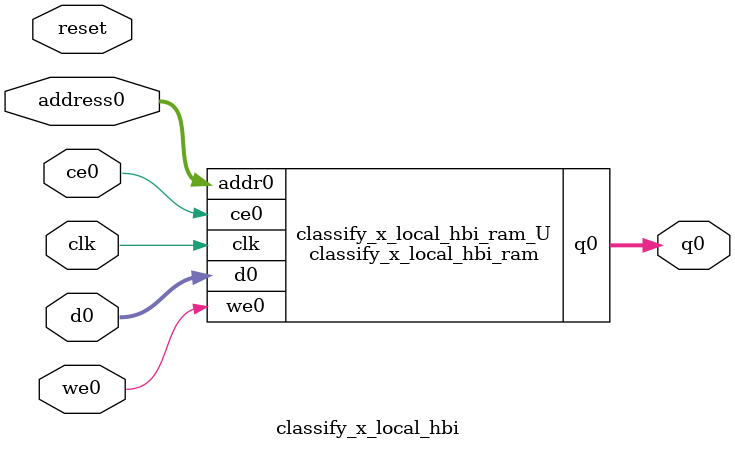
<source format=v>

`timescale 1 ns / 1 ps
module classify_x_local_hbi_ram (addr0, ce0, d0, we0, q0,  clk);

parameter DWIDTH = 8;
parameter AWIDTH = 7;
parameter MEM_SIZE = 98;

input[AWIDTH-1:0] addr0;
input ce0;
input[DWIDTH-1:0] d0;
input we0;
output reg[DWIDTH-1:0] q0;
input clk;

(* ram_style = "distributed" *)reg [DWIDTH-1:0] ram[0:MEM_SIZE-1];




always @(posedge clk)  
begin 
    if (ce0) 
    begin
        if (we0) 
        begin 
            ram[addr0] <= d0; 
            q0 <= d0;
        end 
        else 
            q0 <= ram[addr0];
    end
end


endmodule


`timescale 1 ns / 1 ps
module classify_x_local_hbi(
    reset,
    clk,
    address0,
    ce0,
    we0,
    d0,
    q0);

parameter DataWidth = 32'd8;
parameter AddressRange = 32'd98;
parameter AddressWidth = 32'd7;
input reset;
input clk;
input[AddressWidth - 1:0] address0;
input ce0;
input we0;
input[DataWidth - 1:0] d0;
output[DataWidth - 1:0] q0;



classify_x_local_hbi_ram classify_x_local_hbi_ram_U(
    .clk( clk ),
    .addr0( address0 ),
    .ce0( ce0 ),
    .we0( we0 ),
    .d0( d0 ),
    .q0( q0 ));

endmodule


</source>
